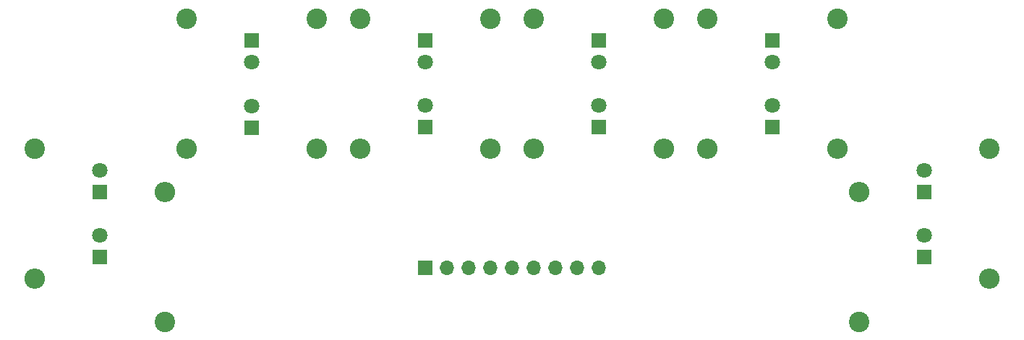
<source format=gbr>
%TF.GenerationSoftware,KiCad,Pcbnew,7.0.7*%
%TF.CreationDate,2023-12-08T08:47:56+07:00*%
%TF.ProjectId,sensor,73656e73-6f72-42e6-9b69-6361645f7063,rev?*%
%TF.SameCoordinates,Original*%
%TF.FileFunction,Soldermask,Bot*%
%TF.FilePolarity,Negative*%
%FSLAX46Y46*%
G04 Gerber Fmt 4.6, Leading zero omitted, Abs format (unit mm)*
G04 Created by KiCad (PCBNEW 7.0.7) date 2023-12-08 08:47:56*
%MOMM*%
%LPD*%
G01*
G04 APERTURE LIST*
%ADD10R,1.800000X1.800000*%
%ADD11C,1.800000*%
%ADD12C,2.400000*%
%ADD13O,2.400000X2.400000*%
%ADD14R,1.700000X1.700000*%
%ADD15O,1.700000X1.700000*%
G04 APERTURE END LIST*
D10*
%TO.C,D9*%
X149860000Y-39370000D03*
D11*
X149860000Y-41910000D03*
%TD*%
D12*
%TO.C,R8*%
X121920000Y-36830000D03*
D13*
X121920000Y-52070000D03*
%TD*%
D14*
%TO.C,J3*%
X109220000Y-66040000D03*
D15*
X111760000Y-66040000D03*
X114300000Y-66040000D03*
X116840000Y-66040000D03*
X119380000Y-66040000D03*
X121920000Y-66040000D03*
X124460000Y-66040000D03*
X127000000Y-66040000D03*
X129540000Y-66040000D03*
%TD*%
D12*
%TO.C,R4*%
X81280000Y-36830000D03*
D13*
X81280000Y-52070000D03*
%TD*%
D10*
%TO.C,D5*%
X109220000Y-39370000D03*
D11*
X109220000Y-41910000D03*
%TD*%
D10*
%TO.C,D12*%
X109220000Y-49530000D03*
D11*
X109220000Y-46990000D03*
%TD*%
D12*
%TO.C,R1*%
X78740000Y-72390000D03*
D13*
X78740000Y-57150000D03*
%TD*%
D10*
%TO.C,D2*%
X71120000Y-64770000D03*
D11*
X71120000Y-62230000D03*
%TD*%
D10*
%TO.C,D10*%
X149860000Y-49530000D03*
D11*
X149860000Y-46990000D03*
%TD*%
D10*
%TO.C,D22*%
X167640000Y-64770000D03*
D11*
X167640000Y-62230000D03*
%TD*%
D12*
%TO.C,R3*%
X96520000Y-36830000D03*
D13*
X96520000Y-52070000D03*
%TD*%
D10*
%TO.C,D7*%
X129540000Y-39370000D03*
D11*
X129540000Y-41910000D03*
%TD*%
D12*
%TO.C,R5*%
X101600000Y-36830000D03*
D13*
X101600000Y-52070000D03*
%TD*%
D12*
%TO.C,R10*%
X157480000Y-36830000D03*
D13*
X157480000Y-52070000D03*
%TD*%
D10*
%TO.C,D6*%
X129540000Y-49530000D03*
D11*
X129540000Y-46990000D03*
%TD*%
D10*
%TO.C,D21*%
X167640000Y-57150000D03*
D11*
X167640000Y-54610000D03*
%TD*%
D10*
%TO.C,D1*%
X71120000Y-57150000D03*
D11*
X71120000Y-54610000D03*
%TD*%
D10*
%TO.C,D4*%
X88900000Y-49610000D03*
D11*
X88900000Y-47070000D03*
%TD*%
D12*
%TO.C,R7*%
X137160000Y-36830000D03*
D13*
X137160000Y-52070000D03*
%TD*%
D10*
%TO.C,D3*%
X88900000Y-39370000D03*
D11*
X88900000Y-41910000D03*
%TD*%
D12*
%TO.C,R12*%
X160020000Y-72390000D03*
D13*
X160020000Y-57150000D03*
%TD*%
D12*
%TO.C,R9*%
X142240000Y-36830000D03*
D13*
X142240000Y-52070000D03*
%TD*%
D12*
%TO.C,R6*%
X116840000Y-36830000D03*
D13*
X116840000Y-52070000D03*
%TD*%
D12*
%TO.C,R2*%
X63500000Y-52070000D03*
D13*
X63500000Y-67310000D03*
%TD*%
D12*
%TO.C,R13*%
X175260000Y-52070000D03*
D13*
X175260000Y-67310000D03*
%TD*%
M02*

</source>
